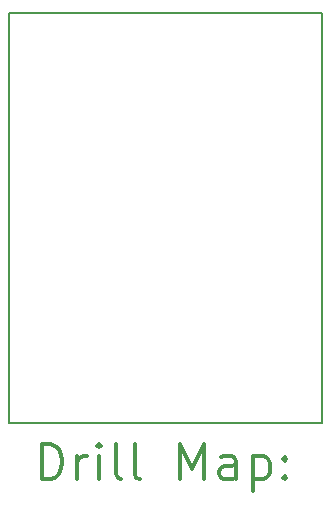
<source format=gbr>
%FSLAX45Y45*%
G04 Gerber Fmt 4.5, Leading zero omitted, Abs format (unit mm)*
G04 Created by KiCad (PCBNEW no-vcs-found-33e0758~58~ubuntu16.04.1) date Wed Feb  7 18:59:53 2018*
%MOMM*%
%LPD*%
G01*
G04 APERTURE LIST*
%ADD10C,0.127000*%
%ADD11C,0.200000*%
%ADD12C,0.300000*%
G04 APERTURE END LIST*
D10*
D11*
X15950000Y-11275000D02*
X15950000Y-11275000D01*
X15950000Y-14750000D02*
X15950000Y-11275000D01*
X18600000Y-14750000D02*
X15950000Y-14750000D01*
X18600000Y-11275000D02*
X18600000Y-14750000D01*
X15950000Y-11275000D02*
X18600000Y-11275000D01*
D11*
D12*
X16226428Y-15225714D02*
X16226428Y-14925714D01*
X16297857Y-14925714D01*
X16340714Y-14940000D01*
X16369286Y-14968571D01*
X16383571Y-14997143D01*
X16397857Y-15054286D01*
X16397857Y-15097143D01*
X16383571Y-15154286D01*
X16369286Y-15182857D01*
X16340714Y-15211429D01*
X16297857Y-15225714D01*
X16226428Y-15225714D01*
X16526428Y-15225714D02*
X16526428Y-15025714D01*
X16526428Y-15082857D02*
X16540714Y-15054286D01*
X16555000Y-15040000D01*
X16583571Y-15025714D01*
X16612143Y-15025714D01*
X16712143Y-15225714D02*
X16712143Y-15025714D01*
X16712143Y-14925714D02*
X16697857Y-14940000D01*
X16712143Y-14954286D01*
X16726428Y-14940000D01*
X16712143Y-14925714D01*
X16712143Y-14954286D01*
X16897857Y-15225714D02*
X16869286Y-15211429D01*
X16855000Y-15182857D01*
X16855000Y-14925714D01*
X17055000Y-15225714D02*
X17026428Y-15211429D01*
X17012143Y-15182857D01*
X17012143Y-14925714D01*
X17397857Y-15225714D02*
X17397857Y-14925714D01*
X17497857Y-15140000D01*
X17597857Y-14925714D01*
X17597857Y-15225714D01*
X17869286Y-15225714D02*
X17869286Y-15068571D01*
X17855000Y-15040000D01*
X17826428Y-15025714D01*
X17769286Y-15025714D01*
X17740714Y-15040000D01*
X17869286Y-15211429D02*
X17840714Y-15225714D01*
X17769286Y-15225714D01*
X17740714Y-15211429D01*
X17726428Y-15182857D01*
X17726428Y-15154286D01*
X17740714Y-15125714D01*
X17769286Y-15111429D01*
X17840714Y-15111429D01*
X17869286Y-15097143D01*
X18012143Y-15025714D02*
X18012143Y-15325714D01*
X18012143Y-15040000D02*
X18040714Y-15025714D01*
X18097857Y-15025714D01*
X18126428Y-15040000D01*
X18140714Y-15054286D01*
X18155000Y-15082857D01*
X18155000Y-15168571D01*
X18140714Y-15197143D01*
X18126428Y-15211429D01*
X18097857Y-15225714D01*
X18040714Y-15225714D01*
X18012143Y-15211429D01*
X18283571Y-15197143D02*
X18297857Y-15211429D01*
X18283571Y-15225714D01*
X18269286Y-15211429D01*
X18283571Y-15197143D01*
X18283571Y-15225714D01*
X18283571Y-15040000D02*
X18297857Y-15054286D01*
X18283571Y-15068571D01*
X18269286Y-15054286D01*
X18283571Y-15040000D01*
X18283571Y-15068571D01*
M02*

</source>
